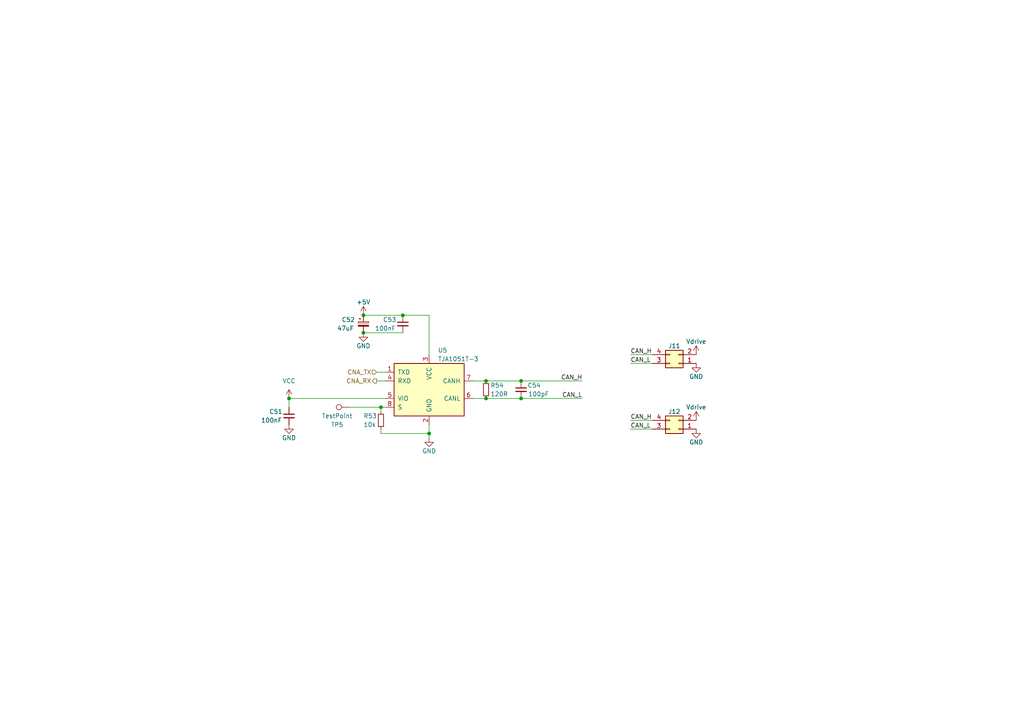
<source format=kicad_sch>
(kicad_sch (version 20211123) (generator eeschema)
  (paper "A4")
  (lib_symbols
    (symbol "Connector:TestPoint" (pin_numbers hide) (pin_names (offset 0.762) hide)
      (property "Reference" "TP" (at 0 6.858 0))
      (property "Value" "TestPoint" (at 0 5.08 0))
      (symbol "TestPoint_0_1"
        (circle (center 0 3.302) (radius 0.762))
      )
      (symbol "TestPoint_1_1"
        (pin passive line (at 0 0 90) (length 2.54) (name "1") (number "1"))
      )
    )
    (symbol "Connector_Generic:Conn_02x02_Top_Bottom" (pin_names (offset 1.016) hide)
      (property "Reference" "J" (at 1.27 2.54 0))
      (property "Value" "Conn_02x02_Top_Bottom" (at 1.27 -5.08 0))
      (symbol "Conn_02x02_Top_Bottom_1_1"
        (rectangle (start -1.27 -2.413) (end 0 -2.667) (stroke (width 0.1524)))
        (rectangle (start -1.27 0.127) (end 0 -0.127) (stroke (width 0.1524)))
        (rectangle (start -1.27 1.27) (end 3.81 -3.81) (stroke (width 0.254)) (fill (type background)))
        (rectangle (start 3.81 -2.413) (end 2.54 -2.667) (stroke (width 0.1524)))
        (rectangle (start 3.81 0.127) (end 2.54 -0.127) (stroke (width 0.1524)))
        (pin passive line (at -5.08 0 0) (length 3.81) (name "Pin_1") (number "1"))
        (pin passive line (at -5.08 -2.54 0) (length 3.81) (name "Pin_2") (number "2"))
        (pin passive line (at 7.62 0 180) (length 3.81) (name "Pin_3") (number "3"))
        (pin passive line (at 7.62 -2.54 180) (length 3.81) (name "Pin_4") (number "4"))
      )
    )
    (symbol "Device:C_Polarized_Small" (pin_numbers hide) (pin_names (offset 0.254) hide)
      (property "Reference" "C" (at 0.254 1.778 0))
      (property "Value" "C_Polarized_Small" (at 0.254 -2.032 0))
      (symbol "C_Polarized_Small_0_1"
        (rectangle (start -1.524 -0.3048) (end 1.524 -0.6858) (fill (type outline)))
        (rectangle (start -1.524 0.6858) (end 1.524 0.3048))
        (polyline (pts (xy -1.27 1.524) (xy -0.762 1.524)))
        (polyline (pts (xy -1.016 1.27) (xy -1.016 1.778)))
      )
      (symbol "C_Polarized_Small_1_1"
        (pin passive line (at 0 2.54 270) (length 1.8542) (name "~") (number "1"))
        (pin passive line (at 0 -2.54 90) (length 1.8542) (name "~") (number "2"))
      )
    )
    (symbol "Device:C_Small" (pin_numbers hide) (pin_names (offset 0.254) hide)
      (property "Reference" "C" (at 0.254 1.778 0))
      (property "Value" "C_Small" (at 0.254 -2.032 0))
      (symbol "C_Small_0_1"
        (polyline (pts (xy -1.524 -0.508) (xy 1.524 -0.508)) (stroke (width 0.3302)))
        (polyline (pts (xy -1.524 0.508) (xy 1.524 0.508)) (stroke (width 0.3048)))
      )
      (symbol "C_Small_1_1"
        (pin passive line (at 0 2.54 270) (length 2.032) (name "~") (number "1"))
        (pin passive line (at 0 -2.54 90) (length 2.032) (name "~") (number "2"))
      )
    )
    (symbol "Device:R_Small" (pin_numbers hide) (pin_names (offset 0.254) hide)
      (property "Reference" "R" (at 0.762 0.508 0))
      (property "Value" "R_Small" (at 0.762 -1.016 0))
      (symbol "R_Small_0_1"
        (rectangle (start -0.762 1.778) (end 0.762 -1.778) (stroke (width 0.2032)))
      )
      (symbol "R_Small_1_1"
        (pin passive line (at 0 2.54 270) (length 0.762) (name "~") (number "1"))
        (pin passive line (at 0 -2.54 90) (length 0.762) (name "~") (number "2"))
      )
    )
    (symbol "Interface_CAN_LIN:TJA1051T-3" (pin_names (offset 1.016))
      (property "Reference" "U" (at -10.16 8.89 0))
      (property "Value" "TJA1051T-3" (at 1.27 8.89 0))
      (symbol "TJA1051T-3_0_1"
        (rectangle (start -10.16 7.62) (end 10.16 -7.62) (stroke (width 0.254)) (fill (type background)))
      )
      (symbol "TJA1051T-3_1_1"
        (pin input line (at -12.7 5.08 0) (length 2.54) (name "TXD") (number "1"))
        (pin power_in line (at 0 -10.16 90) (length 2.54) (name "GND") (number "2"))
        (pin power_in line (at 0 10.16 270) (length 2.54) (name "VCC") (number "3"))
        (pin output line (at -12.7 2.54 0) (length 2.54) (name "RXD") (number "4"))
        (pin power_in line (at -12.7 -2.54 0) (length 2.54) (name "VIO") (number "5"))
        (pin bidirectional line (at 12.7 -2.54 180) (length 2.54) (name "CANL") (number "6"))
        (pin bidirectional line (at 12.7 2.54 180) (length 2.54) (name "CANH") (number "7"))
        (pin input line (at -12.7 -5.08 0) (length 2.54) (name "S") (number "8"))
      )
    )
    (symbol "power:+5V" (power) (pin_names (offset 0))
      (property "Value" "+5V" (at 0 3.556 0))
      (symbol "+5V_0_1"
        (polyline (pts (xy -0.762 1.27) (xy 0 2.54)))
        (polyline (pts (xy 0 0) (xy 0 2.54)))
        (polyline (pts (xy 0 2.54) (xy 0.762 1.27)))
      )
      (symbol "+5V_1_1"
        (pin power_in line (at 0 0 90) (length 0) hide (name "+5V") (number "1"))
      )
    )
    (symbol "power:GND" (power) (pin_names (offset 0))
      (property "Value" "GND" (at 0 -3.81 0))
      (symbol "GND_0_1"
        (polyline (pts (xy 0 0) (xy 0 -1.27) (xy 1.27 -1.27) (xy 0 -2.54) (xy -1.27 -1.27) (xy 0 -1.27)))
      )
      (symbol "GND_1_1"
        (pin power_in line (at 0 0 270) (length 0) hide (name "GND") (number "1"))
      )
    )
    (symbol "power:VCC" (power) (pin_names (offset 0))
      (property "Value" "VCC" (at 0 3.81 0))
      (symbol "VCC_0_1"
        (polyline (pts (xy -0.762 1.27) (xy 0 2.54)))
        (polyline (pts (xy 0 0) (xy 0 2.54)))
        (polyline (pts (xy 0 2.54) (xy 0.762 1.27)))
      )
      (symbol "VCC_1_1"
        (pin power_in line (at 0 0 90) (length 0) hide (name "VCC") (number "1"))
      )
    )
    (symbol "power:Vdrive" (power) (pin_names (offset 0))
      (property "Value" "Vdrive" (at 0 3.81 0))
      (symbol "Vdrive_0_1"
        (polyline (pts (xy -0.762 1.27) (xy 0 2.54)))
        (polyline (pts (xy 0 0) (xy 0 2.54)))
        (polyline (pts (xy 0 2.54) (xy 0.762 1.27)))
      )
      (symbol "Vdrive_1_1"
        (pin power_in line (at 0 0 90) (length 0) hide (name "Vdrive") (number "1"))
      )
    )
  )
  (junction (at 140.97 115.57))
  (junction (at 105.41 91.44))
  (junction (at 83.82 115.57))
  (junction (at 105.41 96.52))
  (junction (at 151.13 110.49))
  (junction (at 116.84 91.44))
  (junction (at 151.13 115.57))
  (junction (at 140.97 110.49))
  (junction (at 124.46 125.73))
  (junction (at 110.49 118.11))
  (wire (pts (xy 182.88 124.46) (xy 189.23 124.46)))
  (wire (pts (xy 124.46 91.44) (xy 124.46 102.87)))
  (wire (pts (xy 137.16 115.57) (xy 140.97 115.57)))
  (wire (pts (xy 110.49 119.38) (xy 110.49 118.11)))
  (wire (pts (xy 140.97 110.49) (xy 151.13 110.49)))
  (wire (pts (xy 182.88 102.87) (xy 189.23 102.87)))
  (wire (pts (xy 124.46 125.73) (xy 110.49 125.73)))
  (wire (pts (xy 182.88 121.92) (xy 189.23 121.92)))
  (wire (pts (xy 110.49 125.73) (xy 110.49 124.46)))
  (wire (pts (xy 109.22 107.95) (xy 111.76 107.95)))
  (wire (pts (xy 151.13 110.49) (xy 168.91 110.49)))
  (wire (pts (xy 105.41 96.52) (xy 116.84 96.52)))
  (wire (pts (xy 151.13 115.57) (xy 168.91 115.57)))
  (wire (pts (xy 116.84 91.44) (xy 124.46 91.44)))
  (wire (pts (xy 83.82 115.57) (xy 111.76 115.57)))
  (wire (pts (xy 182.88 105.41) (xy 189.23 105.41)))
  (wire (pts (xy 124.46 127) (xy 124.46 125.73)))
  (wire (pts (xy 105.41 91.44) (xy 116.84 91.44)))
  (wire (pts (xy 140.97 115.57) (xy 151.13 115.57)))
  (wire (pts (xy 137.16 110.49) (xy 140.97 110.49)))
  (wire (pts (xy 109.22 110.49) (xy 111.76 110.49)))
  (wire (pts (xy 83.82 118.11) (xy 83.82 115.57)))
  (wire (pts (xy 101.6 118.11) (xy 110.49 118.11)))
  (wire (pts (xy 124.46 123.19) (xy 124.46 125.73)))
  (wire (pts (xy 110.49 118.11) (xy 111.76 118.11)))
  (label "CAN_L" (at 182.88 124.46 0))
  (label "CAN_H" (at 168.91 110.49 180))
  (label "CAN_H" (at 182.88 121.92 0))
  (label "CAN_L" (at 168.91 115.57 180))
  (label "CAN_H" (at 182.88 102.87 0))
  (label "CAN_L" (at 182.88 105.41 0))
  (hierarchical_label "CNA_RX" (shape output) (at 109.22 110.49 180))
  (hierarchical_label "CNA_TX" (shape input) (at 109.22 107.95 180))
  (symbol (lib_id "Device:R_Small") (at 140.97 113.03 0) (unit 1)
    (property "Reference" "R54" (at 142.24 111.76 0) (effects (justify left)))
    (property "Value" "120R" (at 142.24 114.3 0) (effects (justify left)))
    (property "Footprint" "Resistor_SMD:R_0402_1005Metric" (effects hide))
    (property "JLCPCB Part #" "C25079" (effects hide))
    (property "MFR.Part #" "0402WGF1200TCE" (effects hide))
  )
  (symbol (lib_id "power:GND") (at 124.46 127 0) (unit 1)
    (property "Reference" "#PWR0101" (effects hide))
    (property "Value" "GND" (at 124.46 130.81 0))
  )
  (symbol (lib_id "Interface_CAN_LIN:TJA1051T-3") (at 124.46 113.03 0) (unit 1)
    (property "Reference" "U5" (at 127 101.6 0) (effects (justify left)))
    (property "Value" "TJA1051T-3" (at 127 104.14 0) (effects (justify left)))
    (property "Footprint" "Package_SO:SOIC-8_3.9x4.9mm_P1.27mm" (effects hide))
    (property "Datasheet" "http://www.nxp.com/documents/data_sheet/TJA1051.pdf" (effects hide))
    (property "JLCPCB Part #" "C38695" (effects hide))
    (property "MFR.Part #" "TJA1051T/3/1J" (effects hide))
  )
  (symbol (lib_id "Connector:TestPoint") (at 101.6 118.11 90) (unit 1) (in_bom no)
    (property "Reference" "TP5" (at 97.79 123.19 90))
    (property "Value" "TestPoint" (at 97.79 120.65 90))
    (property "Footprint" "TestPoint:TestPoint_Pad_D2.0mm" (effects hide))
  )
  (symbol (lib_id "power:GND") (at 83.82 123.19 0) (unit 1)
    (property "Reference" "#PWR098" (effects hide))
    (property "Value" "GND" (at 83.82 127 0))
  )
  (symbol (lib_id "Device:C_Small") (at 151.13 113.03 0) (unit 1)
    (property "Reference" "C54" (at 154.94 111.76 0))
    (property "Value" "100pF" (at 156.21 114.3 0))
    (property "Footprint" "Capacitor_SMD:C_0402_1005Metric" (effects hide))
  )
  (symbol (lib_id "Device:C_Small") (at 116.84 93.98 0) (unit 1)
    (property "Reference" "C53" (at 113.03 92.71 0))
    (property "Value" "100nF" (at 111.76 95.25 0))
    (property "Footprint" "Capacitor_SMD:C_0402_1005Metric" (effects hide))
    (property "JLCPCB Part #" "C1525" (effects hide))
    (property "MFR.Part #" "CL05B104KO5NNNC" (effects hide))
  )
  (symbol (lib_id "power:VCC") (at 83.82 115.57 0) (unit 1)
    (property "Reference" "#PWR097" (effects hide))
    (property "Value" "VCC" (at 83.82 110.49 0))
  )
  (symbol (lib_id "power:+5V") (at 105.41 91.44 0) (unit 1)
    (property "Reference" "#PWR099" (effects hide))
    (property "Value" "+5V" (at 105.41 87.63 0))
  )
  (symbol (lib_id "power:GND") (at 105.41 96.52 0) (unit 1)
    (property "Reference" "#PWR0100" (effects hide))
    (property "Value" "GND" (at 105.41 100.33 0))
  )
  (symbol (lib_id "Device:C_Polarized_Small") (at 105.41 93.98 0) (unit 1)
    (property "Reference" "C52" (at 99.06 92.71 0) (effects (justify left)))
    (property "Value" "47uF" (at 97.79 95.25 0) (effects (justify left)))
    (property "Footprint" "Capacitor_SMD:C_0402_1005Metric" (effects hide))
  )
  (symbol (lib_id "Device:R_Small") (at 110.49 121.92 0) (unit 1)
    (property "Reference" "R53" (at 105.41 120.65 0) (effects (justify left)))
    (property "Value" "10k" (at 105.41 123.19 0) (effects (justify left)))
    (property "Footprint" "Resistor_SMD:R_0402_1005Metric" (effects hide))
    (property "JLCPCB Part #" "C25744" (effects hide))
    (property "MFR.Part #" "0402WGF1002TCE" (effects hide))
  )
  (symbol (lib_id "power:GND") (at 201.93 124.46 0) (unit 1)
    (property "Reference" "#PWR0105" (effects hide))
    (property "Value" "GND" (at 201.93 128.27 0))
  )
  (symbol (lib_id "power:Vdrive") (at 201.93 121.92 0) (unit 1)
    (property "Reference" "#PWR0104" (effects hide))
    (property "Value" "Vdrive" (at 201.93 118.11 0))
  )
  (symbol (lib_id "Connector_Generic:Conn_02x02_Top_Bottom") (at 196.85 105.41 180) (unit 1)
    (property "Reference" "J11" (at 195.58 100.33 0))
    (property "Value" "Conn_02x02_Top_Bottom" (effects hide))
    (property "Footprint" "moco:Molex 43045-0406 Micro-Fit 3.0 2x02P" (effects hide))
    (property "JLCPCB Part #" "C505218" (effects hide))
    (property "MFR.Part #" "430450406" (effects hide))
  )
  (symbol (lib_id "power:GND") (at 201.93 105.41 0) (unit 1)
    (property "Reference" "#PWR0103" (effects hide))
    (property "Value" "GND" (at 201.93 109.22 0))
  )
  (symbol (lib_id "Device:C_Small") (at 83.82 120.65 0) (unit 1)
    (property "Reference" "C51" (at 80.01 119.38 0))
    (property "Value" "100nF" (at 78.74 121.92 0))
    (property "Footprint" "Capacitor_SMD:C_0402_1005Metric" (effects hide))
    (property "JLCPCB Part #" "C1525" (effects hide))
    (property "MFR.Part #" "CL05B104KO5NNNC" (effects hide))
  )
  (symbol (lib_id "Connector_Generic:Conn_02x02_Top_Bottom") (at 196.85 124.46 180) (unit 1)
    (property "Reference" "J12" (at 195.58 119.38 0))
    (property "Value" "Conn_02x02_Top_Bottom" (effects hide))
    (property "Footprint" "moco:Molex 43045-0406 Micro-Fit 3.0 2x02P" (effects hide))
    (property "JLCPCB Part #" "C505218" (effects hide))
    (property "MFR.Part #" "430450406" (effects hide))
  )
  (symbol (lib_id "power:Vdrive") (at 201.93 102.87 0) (unit 1)
    (property "Reference" "#PWR0102" (effects hide))
    (property "Value" "Vdrive" (at 201.93 99.06 0))
  )
)
</source>
